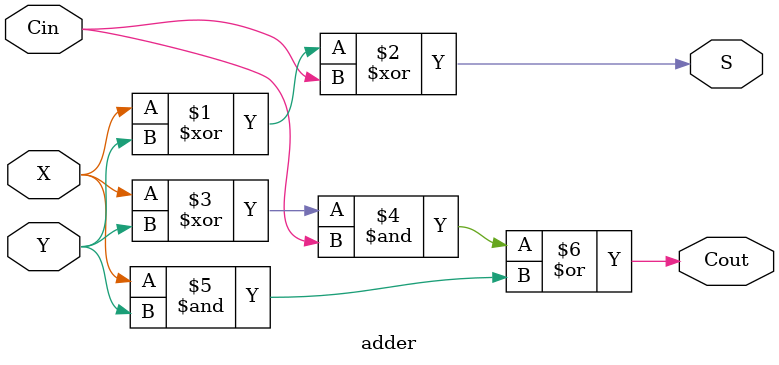
<source format=v>
module adder(X,Y,Cin,S,Cout);

  input X,Y,Cin;
  output S,Cout;

  assign S = X ^ Y ^ Cin;
  assign Cout = (X ^ Y) & Cin | X & Y;
endmodule
</source>
